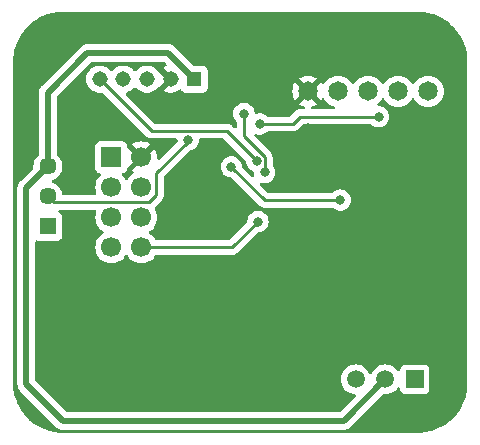
<source format=gbr>
%TF.GenerationSoftware,KiCad,Pcbnew,7.0.8*%
%TF.CreationDate,2024-02-15T00:03:28-06:00*%
%TF.ProjectId,Receiver_KiCad,52656365-6976-4657-925f-4b694361642e,rev?*%
%TF.SameCoordinates,Original*%
%TF.FileFunction,Copper,L2,Bot*%
%TF.FilePolarity,Positive*%
%FSLAX46Y46*%
G04 Gerber Fmt 4.6, Leading zero omitted, Abs format (unit mm)*
G04 Created by KiCad (PCBNEW 7.0.8) date 2024-02-15 00:03:28*
%MOMM*%
%LPD*%
G01*
G04 APERTURE LIST*
%TA.AperFunction,ComponentPad*%
%ADD10C,1.651000*%
%TD*%
%TA.AperFunction,ComponentPad*%
%ADD11R,1.450000X1.450000*%
%TD*%
%TA.AperFunction,ComponentPad*%
%ADD12C,1.450000*%
%TD*%
%TA.AperFunction,ComponentPad*%
%ADD13R,1.700000X1.700000*%
%TD*%
%TA.AperFunction,ComponentPad*%
%ADD14C,1.700000*%
%TD*%
%TA.AperFunction,ComponentPad*%
%ADD15R,1.308000X1.308000*%
%TD*%
%TA.AperFunction,ComponentPad*%
%ADD16C,1.308000*%
%TD*%
%TA.AperFunction,ComponentPad*%
%ADD17R,1.508000X1.508000*%
%TD*%
%TA.AperFunction,ComponentPad*%
%ADD18C,1.508000*%
%TD*%
%TA.AperFunction,ViaPad*%
%ADD19C,0.800000*%
%TD*%
%TA.AperFunction,Conductor*%
%ADD20C,0.508000*%
%TD*%
%TA.AperFunction,Conductor*%
%ADD21C,0.250000*%
%TD*%
G04 APERTURE END LIST*
D10*
%TO.P,J4,1,1*%
%TO.N,VDD*%
X169990000Y-119560200D03*
%TO.P,J4,2,2*%
%TO.N,Net-(U1-PA13)*%
X172530000Y-119560200D03*
%TO.P,J4,3,3*%
%TO.N,Net-(U1-PA14{slash}PA15)*%
X175070000Y-119560200D03*
%TO.P,J4,4,4*%
%TO.N,Net-(U1-PF2)*%
X177610000Y-119560200D03*
%TO.P,J4,5,5*%
%TO.N,GND*%
X180150000Y-119560200D03*
%TD*%
D11*
%TO.P,J2,01,01*%
%TO.N,GND*%
X147960000Y-130985000D03*
D12*
%TO.P,J2,02,02*%
%TO.N,/MCU/SK6812_OUT*%
X147960000Y-128445000D03*
%TO.P,J2,03,03*%
%TO.N,+5V*%
X147960000Y-125905000D03*
%TD*%
D13*
%TO.P,U3,1,GND*%
%TO.N,GND*%
X153335000Y-125145000D03*
D14*
%TO.P,U3,2,VCC*%
%TO.N,VDD*%
X155875000Y-125145000D03*
%TO.P,U3,3,CE*%
%TO.N,/MCU/SPI1_CE*%
X153335000Y-127685000D03*
%TO.P,U3,4,~{CSN}*%
%TO.N,/MCU/SPI1_CSN*%
X155875000Y-127685000D03*
%TO.P,U3,5,SCK*%
%TO.N,/MCU/SPI1_SCK*%
X153335000Y-130225000D03*
%TO.P,U3,6,MOSI*%
%TO.N,/MCU/SPI1_MOSI*%
X155875000Y-130225000D03*
%TO.P,U3,7,MISO*%
%TO.N,/MCU/SPI1_MISO*%
X153335000Y-132765000D03*
%TO.P,U3,8,IRQ*%
%TO.N,/MCU/SPI1_IRQ*%
X155875000Y-132765000D03*
%TD*%
D15*
%TO.P,J3,1,1*%
%TO.N,+5V*%
X160350000Y-118530000D03*
D16*
%TO.P,J3,2,2*%
%TO.N,VDD*%
X158350000Y-118530000D03*
%TO.P,J3,3,3*%
%TO.N,GND*%
X156350000Y-118530000D03*
%TO.P,J3,4,4*%
%TO.N,/MCU/UART1_RX*%
X154350000Y-118530000D03*
%TO.P,J3,5,5*%
%TO.N,/MCU/UART1_TX*%
X152350000Y-118530000D03*
%TD*%
D17*
%TO.P,J1,1,1*%
%TO.N,GND*%
X179015000Y-143945000D03*
D18*
%TO.P,J1,2,2*%
%TO.N,+5V*%
X176515000Y-143945000D03*
%TO.P,J1,3,3*%
%TO.N,/MCU/PWM_OUT*%
X174015000Y-143945000D03*
%TD*%
D19*
%TO.N,VDD*%
X173930000Y-123940000D03*
X158150000Y-129055500D03*
X159750000Y-125960000D03*
X169960000Y-122670000D03*
X174540000Y-131670000D03*
%TO.N,/MCU/UART1_TX*%
X165630000Y-125450000D03*
%TO.N,Net-(U1-PA13)*%
X166305000Y-126425000D03*
X164560000Y-121440000D03*
%TO.N,Net-(U1-PF2)*%
X165890000Y-122320000D03*
X175960000Y-121710000D03*
%TO.N,/MCU/WP*%
X163490000Y-125950000D03*
X172710000Y-128770000D03*
%TO.N,/MCU/SPI1_IRQ*%
X165750000Y-130580000D03*
%TO.N,/MCU/SK6812_OUT*%
X159840000Y-123644500D03*
%TD*%
D20*
%TO.N,+5V*%
X158130000Y-116310000D02*
X160350000Y-118530000D01*
X146140000Y-127725000D02*
X146140000Y-144370000D01*
X147960000Y-125905000D02*
X147960000Y-119660000D01*
X172990000Y-147470000D02*
X176515000Y-143945000D01*
X151310000Y-116310000D02*
X158130000Y-116310000D01*
X149240000Y-147470000D02*
X172990000Y-147470000D01*
X147960000Y-125905000D02*
X146140000Y-127725000D01*
X146140000Y-144370000D02*
X149240000Y-147470000D01*
X147960000Y-119660000D02*
X151310000Y-116310000D01*
D21*
%TO.N,/MCU/UART1_TX*%
X156740000Y-122920000D02*
X163100000Y-122920000D01*
X163100000Y-122920000D02*
X165630000Y-125450000D01*
X152350000Y-118530000D02*
X156740000Y-122920000D01*
%TO.N,Net-(U1-PA13)*%
X164560000Y-123354695D02*
X166355000Y-125149695D01*
X164560000Y-121440000D02*
X164560000Y-123354695D01*
X166355000Y-126375000D02*
X166305000Y-126425000D01*
X166355000Y-125149695D02*
X166355000Y-126375000D01*
%TO.N,Net-(U1-PF2)*%
X165890000Y-122320000D02*
X168680000Y-122320000D01*
X169290000Y-121710000D02*
X175960000Y-121710000D01*
X168680000Y-122320000D02*
X169290000Y-121710000D01*
%TO.N,/MCU/WP*%
X172710000Y-128770000D02*
X166310000Y-128770000D01*
X166310000Y-128770000D02*
X163490000Y-125950000D01*
%TO.N,/MCU/SPI1_IRQ*%
X165750000Y-130580000D02*
X163565000Y-132765000D01*
X163565000Y-132765000D02*
X155875000Y-132765000D01*
%TO.N,/MCU/SK6812_OUT*%
X159840000Y-123644500D02*
X159840000Y-123810000D01*
X156535571Y-128954429D02*
X148469429Y-128954429D01*
X148469429Y-128954429D02*
X147960000Y-128445000D01*
X157150000Y-128340000D02*
X156535571Y-128954429D01*
X157150000Y-126500000D02*
X157150000Y-128340000D01*
X159840000Y-123810000D02*
X157150000Y-126500000D01*
%TD*%
%TA.AperFunction,Conductor*%
%TO.N,VDD*%
G36*
X157833153Y-117084185D02*
G01*
X157853795Y-117100819D01*
X157995894Y-117242918D01*
X158029379Y-117304241D01*
X158024395Y-117373933D01*
X157982523Y-117429866D01*
X157953007Y-117446226D01*
X157833415Y-117492555D01*
X157730085Y-117556533D01*
X158305599Y-118132046D01*
X158224852Y-118144835D01*
X158111955Y-118202359D01*
X158022359Y-118291955D01*
X157964835Y-118404852D01*
X157952046Y-118485598D01*
X157365802Y-117899354D01*
X157327802Y-117891005D01*
X157288503Y-117857024D01*
X157282487Y-117849058D01*
X157206841Y-117748886D01*
X157048722Y-117604742D01*
X157048716Y-117604738D01*
X157048713Y-117604736D01*
X156866813Y-117492108D01*
X156866807Y-117492106D01*
X156667297Y-117414815D01*
X156456980Y-117375500D01*
X156243020Y-117375500D01*
X156032703Y-117414815D01*
X155987812Y-117432206D01*
X155833192Y-117492106D01*
X155833186Y-117492108D01*
X155651286Y-117604736D01*
X155651283Y-117604738D01*
X155651279Y-117604740D01*
X155651278Y-117604742D01*
X155587396Y-117662977D01*
X155493157Y-117748887D01*
X155448954Y-117807422D01*
X155392844Y-117849058D01*
X155323132Y-117853749D01*
X155261951Y-117820007D01*
X155251046Y-117807422D01*
X155206842Y-117748887D01*
X155206841Y-117748886D01*
X155048722Y-117604742D01*
X155048716Y-117604738D01*
X155048713Y-117604736D01*
X154866813Y-117492108D01*
X154866807Y-117492106D01*
X154667297Y-117414815D01*
X154456980Y-117375500D01*
X154243020Y-117375500D01*
X154032703Y-117414815D01*
X153987812Y-117432206D01*
X153833192Y-117492106D01*
X153833186Y-117492108D01*
X153651286Y-117604736D01*
X153651283Y-117604738D01*
X153651279Y-117604740D01*
X153651278Y-117604742D01*
X153587396Y-117662977D01*
X153493157Y-117748887D01*
X153448954Y-117807422D01*
X153392844Y-117849058D01*
X153323132Y-117853749D01*
X153261951Y-117820007D01*
X153251046Y-117807422D01*
X153206842Y-117748887D01*
X153206841Y-117748886D01*
X153048722Y-117604742D01*
X153048716Y-117604738D01*
X153048713Y-117604736D01*
X152866813Y-117492108D01*
X152866807Y-117492106D01*
X152667297Y-117414815D01*
X152456980Y-117375500D01*
X152243020Y-117375500D01*
X152032703Y-117414815D01*
X151987812Y-117432206D01*
X151833192Y-117492106D01*
X151833186Y-117492108D01*
X151651286Y-117604736D01*
X151651283Y-117604738D01*
X151651279Y-117604740D01*
X151651278Y-117604742D01*
X151493159Y-117748886D01*
X151493158Y-117748887D01*
X151364219Y-117919629D01*
X151268849Y-118111158D01*
X151268846Y-118111164D01*
X151210296Y-118316949D01*
X151210295Y-118316952D01*
X151190554Y-118529999D01*
X151190554Y-118530000D01*
X151210295Y-118743047D01*
X151210296Y-118743050D01*
X151268846Y-118948835D01*
X151268849Y-118948841D01*
X151346585Y-119104956D01*
X151364219Y-119140370D01*
X151493159Y-119311114D01*
X151651278Y-119455258D01*
X151651283Y-119455261D01*
X151651286Y-119455263D01*
X151833186Y-119567891D01*
X151833187Y-119567891D01*
X151833190Y-119567893D01*
X152032703Y-119645185D01*
X152243020Y-119684500D01*
X152243022Y-119684500D01*
X152456979Y-119684500D01*
X152456980Y-119684500D01*
X152492393Y-119677880D01*
X152530000Y-119670850D01*
X152599515Y-119677880D01*
X152640467Y-119705057D01*
X156239194Y-123303784D01*
X156249019Y-123316048D01*
X156249240Y-123315866D01*
X156254210Y-123321873D01*
X156254213Y-123321876D01*
X156254214Y-123321877D01*
X156304651Y-123369241D01*
X156325530Y-123390120D01*
X156331004Y-123394366D01*
X156335442Y-123398156D01*
X156369418Y-123430062D01*
X156369422Y-123430064D01*
X156386973Y-123439713D01*
X156403231Y-123450392D01*
X156419064Y-123462674D01*
X156441015Y-123472172D01*
X156461837Y-123481183D01*
X156467081Y-123483752D01*
X156507908Y-123506197D01*
X156527312Y-123511179D01*
X156545710Y-123517478D01*
X156564105Y-123525438D01*
X156610129Y-123532726D01*
X156615832Y-123533907D01*
X156660981Y-123545500D01*
X156681016Y-123545500D01*
X156700413Y-123547026D01*
X156720196Y-123550160D01*
X156766584Y-123545775D01*
X156772422Y-123545500D01*
X158812484Y-123545500D01*
X158879523Y-123565185D01*
X158925278Y-123617989D01*
X158935805Y-123656539D01*
X158946082Y-123754323D01*
X158933512Y-123823053D01*
X158910442Y-123854965D01*
X157433642Y-125331764D01*
X157372319Y-125365249D01*
X157302627Y-125360265D01*
X157246694Y-125318393D01*
X157222277Y-125252929D01*
X157222433Y-125233274D01*
X157230157Y-125144999D01*
X157230157Y-125144998D01*
X157209569Y-124909684D01*
X157209567Y-124909673D01*
X157148433Y-124681516D01*
X157148429Y-124681507D01*
X157048600Y-124467423D01*
X157048599Y-124467421D01*
X156989925Y-124383626D01*
X156989925Y-124383625D01*
X156358076Y-125015475D01*
X156334493Y-124935156D01*
X156256761Y-124814202D01*
X156148100Y-124720048D01*
X156017315Y-124660320D01*
X156007533Y-124658913D01*
X156636373Y-124030073D01*
X156636373Y-124030072D01*
X156552583Y-123971402D01*
X156552579Y-123971400D01*
X156338492Y-123871570D01*
X156338483Y-123871566D01*
X156110326Y-123810432D01*
X156110315Y-123810430D01*
X155875002Y-123789843D01*
X155874998Y-123789843D01*
X155639684Y-123810430D01*
X155639673Y-123810432D01*
X155411516Y-123871566D01*
X155411507Y-123871570D01*
X155197419Y-123971401D01*
X155113625Y-124030072D01*
X155742466Y-124658913D01*
X155732685Y-124660320D01*
X155601900Y-124720048D01*
X155493239Y-124814202D01*
X155415507Y-124935156D01*
X155391923Y-125015475D01*
X154721818Y-124345370D01*
X154688333Y-124284047D01*
X154685499Y-124257689D01*
X154685499Y-124247129D01*
X154685498Y-124247123D01*
X154685497Y-124247116D01*
X154679091Y-124187517D01*
X154675062Y-124176716D01*
X154628797Y-124052671D01*
X154628793Y-124052664D01*
X154542547Y-123937455D01*
X154542544Y-123937452D01*
X154427335Y-123851206D01*
X154427328Y-123851202D01*
X154292482Y-123800908D01*
X154292483Y-123800908D01*
X154232883Y-123794501D01*
X154232881Y-123794500D01*
X154232873Y-123794500D01*
X154232864Y-123794500D01*
X152437129Y-123794500D01*
X152437123Y-123794501D01*
X152377516Y-123800908D01*
X152242671Y-123851202D01*
X152242664Y-123851206D01*
X152127455Y-123937452D01*
X152127452Y-123937455D01*
X152041206Y-124052664D01*
X152041202Y-124052671D01*
X151990908Y-124187517D01*
X151984501Y-124247116D01*
X151984501Y-124247123D01*
X151984500Y-124247135D01*
X151984500Y-126042870D01*
X151984501Y-126042876D01*
X151990908Y-126102483D01*
X152041202Y-126237328D01*
X152041206Y-126237335D01*
X152127452Y-126352544D01*
X152127455Y-126352547D01*
X152242664Y-126438793D01*
X152242671Y-126438797D01*
X152374081Y-126487810D01*
X152430015Y-126529681D01*
X152454432Y-126595145D01*
X152439580Y-126663418D01*
X152418430Y-126691673D01*
X152296503Y-126813600D01*
X152160965Y-127007169D01*
X152160964Y-127007171D01*
X152061098Y-127221335D01*
X152061094Y-127221344D01*
X151999938Y-127449586D01*
X151999936Y-127449596D01*
X151979341Y-127684999D01*
X151979341Y-127685000D01*
X151999936Y-127920403D01*
X151999938Y-127920413D01*
X152061094Y-128148655D01*
X152061097Y-128148663D01*
X152062896Y-128152520D01*
X152073391Y-128221597D01*
X152044873Y-128285382D01*
X151986398Y-128323624D01*
X151950516Y-128328929D01*
X149292741Y-128328929D01*
X149225702Y-128309244D01*
X149179947Y-128256440D01*
X149173704Y-128236392D01*
X149172893Y-128236610D01*
X149115994Y-128024260D01*
X149115993Y-128024259D01*
X149115992Y-128024253D01*
X149025368Y-127829910D01*
X148905548Y-127658790D01*
X148902376Y-127654259D01*
X148902371Y-127654253D01*
X148750745Y-127502627D01*
X148717278Y-127479193D01*
X148575091Y-127379632D01*
X148380747Y-127289008D01*
X148380744Y-127289007D01*
X148377259Y-127287382D01*
X148324820Y-127241210D01*
X148305668Y-127174016D01*
X148325884Y-127107135D01*
X148377259Y-127062618D01*
X148380744Y-127060992D01*
X148380747Y-127060992D01*
X148575091Y-126970368D01*
X148750745Y-126847373D01*
X148902373Y-126695745D01*
X149025368Y-126520091D01*
X149115992Y-126325747D01*
X149171492Y-126118619D01*
X149190181Y-125905000D01*
X149171492Y-125691381D01*
X149115992Y-125484253D01*
X149025368Y-125289910D01*
X148985121Y-125232432D01*
X148902376Y-125114259D01*
X148902371Y-125114253D01*
X148750819Y-124962701D01*
X148717334Y-124901378D01*
X148714500Y-124875020D01*
X148714500Y-120023886D01*
X148734185Y-119956847D01*
X148750819Y-119936205D01*
X151586205Y-117100819D01*
X151647528Y-117067334D01*
X151673886Y-117064500D01*
X157766114Y-117064500D01*
X157833153Y-117084185D01*
G37*
%TD.AperFunction*%
%TA.AperFunction,Conductor*%
G36*
X155415507Y-125354844D02*
G01*
X155493239Y-125475798D01*
X155601900Y-125569952D01*
X155732685Y-125629680D01*
X155742466Y-125631086D01*
X155113625Y-126259925D01*
X155189594Y-126313119D01*
X155233219Y-126367696D01*
X155240413Y-126437194D01*
X155208890Y-126499549D01*
X155189595Y-126516269D01*
X155003594Y-126646508D01*
X154836505Y-126813597D01*
X154706575Y-126999158D01*
X154651998Y-127042783D01*
X154582500Y-127049977D01*
X154520145Y-127018454D01*
X154503425Y-126999158D01*
X154373496Y-126813600D01*
X154316863Y-126756967D01*
X154251567Y-126691671D01*
X154218084Y-126630351D01*
X154223068Y-126560659D01*
X154264939Y-126504725D01*
X154295915Y-126487810D01*
X154427331Y-126438796D01*
X154542546Y-126352546D01*
X154628796Y-126237331D01*
X154679091Y-126102483D01*
X154685500Y-126042873D01*
X154685499Y-126032314D01*
X154705179Y-125965277D01*
X154721818Y-125944628D01*
X155391923Y-125274523D01*
X155415507Y-125354844D01*
G37*
%TD.AperFunction*%
%TA.AperFunction,Conductor*%
G36*
X171087333Y-120303980D02*
G01*
X171142300Y-120225483D01*
X171142301Y-120225480D01*
X171147341Y-120214674D01*
X171193512Y-120162233D01*
X171260705Y-120143080D01*
X171327587Y-120163294D01*
X171372106Y-120214671D01*
X171377263Y-120225732D01*
X171377264Y-120225733D01*
X171510345Y-120415792D01*
X171674408Y-120579855D01*
X171864467Y-120712936D01*
X172074749Y-120810992D01*
X172074755Y-120810993D01*
X172074756Y-120810994D01*
X172185714Y-120840725D01*
X172245375Y-120877090D01*
X172275904Y-120939937D01*
X172267609Y-121009312D01*
X172223124Y-121063190D01*
X172156572Y-121084465D01*
X172153621Y-121084500D01*
X170364447Y-121084500D01*
X170297408Y-121064815D01*
X170251653Y-121012011D01*
X170241709Y-120942853D01*
X170270734Y-120879297D01*
X170329512Y-120841523D01*
X170332353Y-120840725D01*
X170445074Y-120810521D01*
X170445085Y-120810517D01*
X170655279Y-120712502D01*
X170655283Y-120712500D01*
X170733780Y-120657533D01*
X170177407Y-120101160D01*
X170278215Y-120059404D01*
X170397598Y-119967798D01*
X170489204Y-119848416D01*
X170530960Y-119747607D01*
X171087333Y-120303980D01*
G37*
%TD.AperFunction*%
%TA.AperFunction,Conductor*%
G36*
X179777144Y-112850594D02*
G01*
X179849379Y-112860671D01*
X180052125Y-112890745D01*
X180057161Y-112891709D01*
X180251083Y-112937319D01*
X180446228Y-112986201D01*
X180450842Y-112987550D01*
X180641358Y-113051404D01*
X180829448Y-113118704D01*
X180833599Y-113120360D01*
X180871263Y-113136991D01*
X181018356Y-113201940D01*
X181198292Y-113287043D01*
X181201946Y-113288922D01*
X181296202Y-113341422D01*
X181378981Y-113387530D01*
X181378988Y-113387534D01*
X181549463Y-113489713D01*
X181552593Y-113491720D01*
X181720168Y-113606512D01*
X181879765Y-113724876D01*
X181882346Y-113726903D01*
X182032259Y-113851389D01*
X182038908Y-113856911D01*
X182186147Y-113990361D01*
X182188311Y-113992421D01*
X182331252Y-114135362D01*
X182333342Y-114137557D01*
X182464969Y-114282785D01*
X182466801Y-114284806D01*
X182596767Y-114441320D01*
X182598867Y-114443995D01*
X182717185Y-114603527D01*
X182831972Y-114771096D01*
X182834002Y-114774261D01*
X182936178Y-114944732D01*
X183034765Y-115121731D01*
X183036648Y-115125392D01*
X183121769Y-115305362D01*
X183203340Y-115490104D01*
X183204998Y-115494261D01*
X183272285Y-115682312D01*
X183336146Y-115872849D01*
X183337503Y-115877489D01*
X183386387Y-116072648D01*
X183431979Y-116266491D01*
X183432955Y-116271591D01*
X183463030Y-116474337D01*
X183479405Y-116591719D01*
X183480000Y-116600295D01*
X183480000Y-144666884D01*
X183479405Y-144675460D01*
X183459333Y-144819343D01*
X183429257Y-145022098D01*
X183428281Y-145027198D01*
X183382691Y-145221036D01*
X183333797Y-145416226D01*
X183332441Y-145420865D01*
X183268588Y-145611379D01*
X183201298Y-145799437D01*
X183199639Y-145803594D01*
X183118052Y-145988373D01*
X183032961Y-146168281D01*
X183031078Y-146171943D01*
X182932464Y-146348990D01*
X182830303Y-146519436D01*
X182828273Y-146522601D01*
X182713497Y-146690154D01*
X182595142Y-146849735D01*
X182593042Y-146852411D01*
X182463101Y-147008893D01*
X182329657Y-147156126D01*
X182327558Y-147158330D01*
X182184630Y-147301258D01*
X182182426Y-147303357D01*
X182035193Y-147436801D01*
X181878711Y-147566742D01*
X181876035Y-147568842D01*
X181716454Y-147687197D01*
X181548901Y-147801973D01*
X181545736Y-147804003D01*
X181375290Y-147906164D01*
X181198243Y-148004778D01*
X181194581Y-148006661D01*
X181014673Y-148091752D01*
X180829894Y-148173339D01*
X180825737Y-148174998D01*
X180637679Y-148242288D01*
X180447165Y-148306141D01*
X180442526Y-148307497D01*
X180247336Y-148356391D01*
X180053498Y-148401981D01*
X180048399Y-148402957D01*
X179845647Y-148433033D01*
X179652485Y-148459977D01*
X179646959Y-148460497D01*
X179422575Y-148471521D01*
X179251447Y-148479432D01*
X179248576Y-148479498D01*
X149257734Y-148475801D01*
X149254879Y-148475735D01*
X149207159Y-148473529D01*
X149163111Y-148458352D01*
X149131649Y-148469429D01*
X149119370Y-148469470D01*
X149083721Y-148467822D01*
X148859338Y-148456797D01*
X148853812Y-148456277D01*
X148660652Y-148429333D01*
X148457899Y-148399257D01*
X148452800Y-148398281D01*
X148258954Y-148352689D01*
X148063775Y-148303798D01*
X148059136Y-148302442D01*
X147868641Y-148238595D01*
X147680550Y-148171294D01*
X147676393Y-148169635D01*
X147491643Y-148088059D01*
X147311706Y-148002955D01*
X147308044Y-148001072D01*
X147131018Y-147902469D01*
X146974539Y-147808679D01*
X146960553Y-147800297D01*
X146957390Y-147798268D01*
X146789845Y-147683497D01*
X146630244Y-147565130D01*
X146627643Y-147563088D01*
X146531190Y-147482994D01*
X146471092Y-147433088D01*
X146392628Y-147361973D01*
X146323854Y-147299640D01*
X146321686Y-147297576D01*
X146178741Y-147154630D01*
X146176659Y-147152445D01*
X146043197Y-147005191D01*
X145913231Y-146848678D01*
X145911131Y-146846003D01*
X145814343Y-146715500D01*
X145792819Y-146686478D01*
X145678023Y-146518898D01*
X145676009Y-146515757D01*
X145573816Y-146345258D01*
X145475233Y-146168267D01*
X145473350Y-146164605D01*
X145427606Y-146067889D01*
X145388221Y-145984616D01*
X145370706Y-145944948D01*
X145306650Y-145799874D01*
X145305005Y-145795751D01*
X145237718Y-145607699D01*
X145173843Y-145417122D01*
X145172506Y-145412546D01*
X145123609Y-145217338D01*
X145120541Y-145204292D01*
X145078013Y-145023479D01*
X145077045Y-145018419D01*
X145046969Y-144815661D01*
X145041359Y-144775444D01*
X145020018Y-144622457D01*
X145019501Y-144616958D01*
X145008490Y-144392848D01*
X145006412Y-144347908D01*
X145380684Y-144347908D01*
X145385264Y-144400241D01*
X145385500Y-144405648D01*
X145385500Y-144413946D01*
X145389325Y-144446674D01*
X145396056Y-144523610D01*
X145397516Y-144530677D01*
X145397464Y-144530687D01*
X145399123Y-144538167D01*
X145399174Y-144538155D01*
X145400839Y-144545180D01*
X145400839Y-144545182D01*
X145400840Y-144545184D01*
X145415522Y-144585525D01*
X145427247Y-144617740D01*
X145451535Y-144691034D01*
X145454586Y-144697575D01*
X145454536Y-144697598D01*
X145457876Y-144704497D01*
X145457925Y-144704473D01*
X145461162Y-144710920D01*
X145461164Y-144710924D01*
X145503599Y-144775444D01*
X145544131Y-144841156D01*
X145548611Y-144846822D01*
X145548569Y-144846855D01*
X145553401Y-144852786D01*
X145553443Y-144852752D01*
X145558081Y-144858280D01*
X145558085Y-144858285D01*
X145586166Y-144884778D01*
X145614247Y-144911272D01*
X148661234Y-147958258D01*
X148673015Y-147971890D01*
X148687461Y-147991294D01*
X148727715Y-148025071D01*
X148731687Y-148028711D01*
X148737559Y-148034583D01*
X148763415Y-148055027D01*
X148822572Y-148104667D01*
X148828609Y-148108637D01*
X148828579Y-148108682D01*
X148835038Y-148112796D01*
X148835067Y-148112750D01*
X148841206Y-148116537D01*
X148841209Y-148116539D01*
X148911191Y-148149172D01*
X148980189Y-148183824D01*
X148980194Y-148183825D01*
X148986979Y-148186295D01*
X148986960Y-148186347D01*
X148994185Y-148188858D01*
X148994203Y-148188807D01*
X149001062Y-148191080D01*
X149033219Y-148197719D01*
X149076689Y-148206695D01*
X149151812Y-148224500D01*
X149151818Y-148224500D01*
X149153691Y-148224944D01*
X149172402Y-148235615D01*
X149183482Y-148229198D01*
X149209273Y-148225713D01*
X149250982Y-148224500D01*
X172926000Y-148224500D01*
X172943969Y-148225809D01*
X172949350Y-148226596D01*
X172967906Y-148229315D01*
X173020248Y-148224735D01*
X173025649Y-148224500D01*
X173033934Y-148224500D01*
X173033941Y-148224500D01*
X173066674Y-148220674D01*
X173143612Y-148213943D01*
X173143615Y-148213941D01*
X173150693Y-148212481D01*
X173150704Y-148212535D01*
X173158163Y-148210881D01*
X173158151Y-148210827D01*
X173165178Y-148209160D01*
X173165184Y-148209160D01*
X173222175Y-148188417D01*
X173237740Y-148182752D01*
X173311034Y-148158465D01*
X173317581Y-148155412D01*
X173317604Y-148155462D01*
X173324498Y-148152125D01*
X173324473Y-148152075D01*
X173330916Y-148148838D01*
X173330924Y-148148836D01*
X173380030Y-148116538D01*
X173395443Y-148106401D01*
X173425180Y-148088059D01*
X173461154Y-148065870D01*
X173461159Y-148065864D01*
X173466823Y-148061387D01*
X173466857Y-148061430D01*
X173472782Y-148056604D01*
X173472747Y-148056562D01*
X173478283Y-148051916D01*
X173478282Y-148051916D01*
X173478285Y-148051915D01*
X173531271Y-147995752D01*
X176297314Y-145229708D01*
X176358635Y-145196225D01*
X176395797Y-145193863D01*
X176497092Y-145202725D01*
X176514999Y-145204292D01*
X176515000Y-145204292D01*
X176515002Y-145204292D01*
X176571637Y-145199337D01*
X176733674Y-145185161D01*
X176945703Y-145128347D01*
X177144646Y-145035579D01*
X177324457Y-144909674D01*
X177479674Y-144754457D01*
X177534926Y-144675547D01*
X177589501Y-144631924D01*
X177658999Y-144624730D01*
X177721354Y-144656252D01*
X177756769Y-144716481D01*
X177760120Y-144743573D01*
X177760146Y-144743571D01*
X177760146Y-144743573D01*
X177760324Y-144743564D01*
X177760479Y-144746473D01*
X177760500Y-144746637D01*
X177760500Y-144746852D01*
X177760501Y-144746876D01*
X177766908Y-144806483D01*
X177817202Y-144941328D01*
X177817206Y-144941335D01*
X177903452Y-145056544D01*
X177903455Y-145056547D01*
X178018664Y-145142793D01*
X178018671Y-145142797D01*
X178153517Y-145193091D01*
X178153516Y-145193091D01*
X178160444Y-145193835D01*
X178213127Y-145199500D01*
X179816872Y-145199499D01*
X179876483Y-145193091D01*
X180011331Y-145142796D01*
X180126546Y-145056546D01*
X180212796Y-144941331D01*
X180263091Y-144806483D01*
X180269500Y-144746873D01*
X180269499Y-143143128D01*
X180263091Y-143083517D01*
X180224603Y-142980326D01*
X180212797Y-142948671D01*
X180212793Y-142948664D01*
X180126547Y-142833455D01*
X180126544Y-142833452D01*
X180011335Y-142747206D01*
X180011328Y-142747202D01*
X179876482Y-142696908D01*
X179876483Y-142696908D01*
X179816883Y-142690501D01*
X179816881Y-142690500D01*
X179816873Y-142690500D01*
X179816864Y-142690500D01*
X178213129Y-142690500D01*
X178213123Y-142690501D01*
X178153516Y-142696908D01*
X178018671Y-142747202D01*
X178018664Y-142747206D01*
X177903455Y-142833452D01*
X177903452Y-142833455D01*
X177817206Y-142948664D01*
X177817202Y-142948671D01*
X177766908Y-143083517D01*
X177761315Y-143135543D01*
X177760501Y-143143123D01*
X177760500Y-143143135D01*
X177760500Y-143143326D01*
X177760487Y-143143368D01*
X177760322Y-143146452D01*
X177759593Y-143146412D01*
X177740815Y-143210365D01*
X177688011Y-143256120D01*
X177618853Y-143266064D01*
X177555297Y-143237039D01*
X177534925Y-143214449D01*
X177509353Y-143177929D01*
X177479674Y-143135543D01*
X177324457Y-142980326D01*
X177324455Y-142980325D01*
X177324452Y-142980322D01*
X177144650Y-142854423D01*
X177144642Y-142854419D01*
X176945708Y-142761655D01*
X176945706Y-142761654D01*
X176945703Y-142761653D01*
X176794885Y-142721240D01*
X176733675Y-142704839D01*
X176733668Y-142704838D01*
X176515002Y-142685708D01*
X176514998Y-142685708D01*
X176296331Y-142704838D01*
X176296324Y-142704839D01*
X176173902Y-142737642D01*
X176084297Y-142761653D01*
X176084295Y-142761653D01*
X176084291Y-142761655D01*
X175885357Y-142854419D01*
X175885349Y-142854423D01*
X175705547Y-142980322D01*
X175705541Y-142980327D01*
X175550327Y-143135541D01*
X175550322Y-143135547D01*
X175424423Y-143315349D01*
X175424421Y-143315353D01*
X175377382Y-143416230D01*
X175331210Y-143468669D01*
X175264016Y-143487821D01*
X175197135Y-143467605D01*
X175152618Y-143416230D01*
X175105580Y-143315357D01*
X175105579Y-143315354D01*
X175105577Y-143315351D01*
X175105576Y-143315349D01*
X174979677Y-143135547D01*
X174979672Y-143135541D01*
X174824458Y-142980327D01*
X174824452Y-142980322D01*
X174644650Y-142854423D01*
X174644642Y-142854419D01*
X174445708Y-142761655D01*
X174445706Y-142761654D01*
X174445703Y-142761653D01*
X174294885Y-142721240D01*
X174233675Y-142704839D01*
X174233668Y-142704838D01*
X174015002Y-142685708D01*
X174014998Y-142685708D01*
X173796331Y-142704838D01*
X173796324Y-142704839D01*
X173673902Y-142737642D01*
X173584297Y-142761653D01*
X173584295Y-142761653D01*
X173584291Y-142761655D01*
X173385357Y-142854419D01*
X173385349Y-142854423D01*
X173205547Y-142980322D01*
X173205541Y-142980327D01*
X173050327Y-143135541D01*
X173050322Y-143135547D01*
X172924423Y-143315349D01*
X172924419Y-143315357D01*
X172831655Y-143514291D01*
X172774839Y-143726324D01*
X172774838Y-143726331D01*
X172755708Y-143944997D01*
X172755708Y-143945002D01*
X172772359Y-144135334D01*
X172774839Y-144163674D01*
X172831653Y-144375703D01*
X172831654Y-144375706D01*
X172831655Y-144375708D01*
X172924419Y-144574642D01*
X172924423Y-144574650D01*
X173050322Y-144754452D01*
X173050327Y-144754458D01*
X173205541Y-144909672D01*
X173205547Y-144909677D01*
X173385349Y-145035576D01*
X173385351Y-145035577D01*
X173385354Y-145035579D01*
X173584297Y-145128347D01*
X173796326Y-145185161D01*
X173909803Y-145195088D01*
X173974871Y-145220540D01*
X174015850Y-145277130D01*
X174019729Y-145346892D01*
X173986677Y-145406297D01*
X172713795Y-146679181D01*
X172652472Y-146712666D01*
X172626114Y-146715500D01*
X149603886Y-146715500D01*
X149536847Y-146695815D01*
X149516205Y-146679181D01*
X146930819Y-144093795D01*
X146897334Y-144032472D01*
X146894500Y-144006114D01*
X146894500Y-132295774D01*
X146914185Y-132228735D01*
X146966989Y-132182980D01*
X147036147Y-132173036D01*
X147061826Y-132179590D01*
X147127517Y-132204091D01*
X147187127Y-132210500D01*
X148732872Y-132210499D01*
X148792483Y-132204091D01*
X148927331Y-132153796D01*
X149042546Y-132067546D01*
X149128796Y-131952331D01*
X149179091Y-131817483D01*
X149185500Y-131757873D01*
X149185499Y-130212128D01*
X149179091Y-130152517D01*
X149128796Y-130017669D01*
X149128795Y-130017668D01*
X149128793Y-130017664D01*
X149042547Y-129902455D01*
X149042544Y-129902452D01*
X148927332Y-129816204D01*
X148921025Y-129812760D01*
X148871621Y-129763354D01*
X148856770Y-129695080D01*
X148881188Y-129629617D01*
X148937123Y-129587746D01*
X148980454Y-129579929D01*
X151951048Y-129579929D01*
X152018087Y-129599614D01*
X152063842Y-129652418D01*
X152073786Y-129721576D01*
X152063432Y-129756329D01*
X152061954Y-129759500D01*
X152061096Y-129761339D01*
X152061094Y-129761344D01*
X151999938Y-129989586D01*
X151999936Y-129989596D01*
X151979341Y-130224999D01*
X151979341Y-130225000D01*
X151999936Y-130460403D01*
X151999938Y-130460413D01*
X152061094Y-130688655D01*
X152061096Y-130688659D01*
X152061097Y-130688663D01*
X152141004Y-130860023D01*
X152160965Y-130902830D01*
X152160967Y-130902834D01*
X152192787Y-130948277D01*
X152296501Y-131096396D01*
X152296506Y-131096402D01*
X152463597Y-131263493D01*
X152463603Y-131263498D01*
X152649158Y-131393425D01*
X152692783Y-131448002D01*
X152699977Y-131517500D01*
X152668454Y-131579855D01*
X152649158Y-131596575D01*
X152463597Y-131726505D01*
X152296505Y-131893597D01*
X152160965Y-132087169D01*
X152160964Y-132087171D01*
X152061098Y-132301335D01*
X152061094Y-132301344D01*
X151999938Y-132529586D01*
X151999936Y-132529596D01*
X151979341Y-132764999D01*
X151979341Y-132765000D01*
X151999936Y-133000403D01*
X151999938Y-133000413D01*
X152061094Y-133228655D01*
X152061096Y-133228659D01*
X152061097Y-133228663D01*
X152107630Y-133328453D01*
X152160965Y-133442830D01*
X152160967Y-133442834D01*
X152269281Y-133597521D01*
X152296505Y-133636401D01*
X152463599Y-133803495D01*
X152560384Y-133871265D01*
X152657165Y-133939032D01*
X152657167Y-133939033D01*
X152657170Y-133939035D01*
X152871337Y-134038903D01*
X153099592Y-134100063D01*
X153287918Y-134116539D01*
X153334999Y-134120659D01*
X153335000Y-134120659D01*
X153335001Y-134120659D01*
X153374234Y-134117226D01*
X153570408Y-134100063D01*
X153798663Y-134038903D01*
X154012830Y-133939035D01*
X154206401Y-133803495D01*
X154373495Y-133636401D01*
X154503425Y-133450842D01*
X154558002Y-133407217D01*
X154627500Y-133400023D01*
X154689855Y-133431546D01*
X154706575Y-133450842D01*
X154836500Y-133636395D01*
X154836505Y-133636401D01*
X155003599Y-133803495D01*
X155100384Y-133871265D01*
X155197165Y-133939032D01*
X155197167Y-133939033D01*
X155197170Y-133939035D01*
X155411337Y-134038903D01*
X155639592Y-134100063D01*
X155827918Y-134116539D01*
X155874999Y-134120659D01*
X155875000Y-134120659D01*
X155875001Y-134120659D01*
X155914234Y-134117226D01*
X156110408Y-134100063D01*
X156338663Y-134038903D01*
X156552830Y-133939035D01*
X156746401Y-133803495D01*
X156913495Y-133636401D01*
X157048652Y-133443377D01*
X157103229Y-133399752D01*
X157150227Y-133390500D01*
X163482257Y-133390500D01*
X163497877Y-133392224D01*
X163497904Y-133391939D01*
X163505660Y-133392671D01*
X163505667Y-133392673D01*
X163574814Y-133390500D01*
X163604350Y-133390500D01*
X163611228Y-133389630D01*
X163617041Y-133389172D01*
X163663627Y-133387709D01*
X163682869Y-133382117D01*
X163701912Y-133378174D01*
X163721792Y-133375664D01*
X163765122Y-133358507D01*
X163770646Y-133356617D01*
X163774396Y-133355527D01*
X163815390Y-133343618D01*
X163832629Y-133333422D01*
X163850103Y-133324862D01*
X163868727Y-133317488D01*
X163868727Y-133317487D01*
X163868732Y-133317486D01*
X163906449Y-133290082D01*
X163911305Y-133286892D01*
X163951420Y-133263170D01*
X163965589Y-133248999D01*
X163980379Y-133236368D01*
X163996587Y-133224594D01*
X164026299Y-133188676D01*
X164030212Y-133184376D01*
X165697771Y-131516819D01*
X165759094Y-131483334D01*
X165785452Y-131480500D01*
X165844644Y-131480500D01*
X165844646Y-131480500D01*
X166029803Y-131441144D01*
X166202730Y-131364151D01*
X166355871Y-131252888D01*
X166482533Y-131112216D01*
X166577179Y-130948284D01*
X166635674Y-130768256D01*
X166655460Y-130580000D01*
X166635674Y-130391744D01*
X166577179Y-130211716D01*
X166482533Y-130047784D01*
X166355871Y-129907112D01*
X166355870Y-129907111D01*
X166202734Y-129795851D01*
X166202729Y-129795848D01*
X166029807Y-129718857D01*
X166029802Y-129718855D01*
X165884001Y-129687865D01*
X165844646Y-129679500D01*
X165655354Y-129679500D01*
X165622897Y-129686398D01*
X165470197Y-129718855D01*
X165470192Y-129718857D01*
X165297270Y-129795848D01*
X165297265Y-129795851D01*
X165144129Y-129907111D01*
X165017466Y-130047785D01*
X164922821Y-130211715D01*
X164922818Y-130211722D01*
X164864327Y-130391740D01*
X164864326Y-130391744D01*
X164857109Y-130460413D01*
X164846679Y-130559649D01*
X164820094Y-130624263D01*
X164811039Y-130634368D01*
X163342228Y-132103181D01*
X163280905Y-132136666D01*
X163254547Y-132139500D01*
X157150227Y-132139500D01*
X157083188Y-132119815D01*
X157048652Y-132086623D01*
X156913494Y-131893597D01*
X156746402Y-131726506D01*
X156746396Y-131726501D01*
X156560842Y-131596575D01*
X156517217Y-131541998D01*
X156510023Y-131472500D01*
X156541546Y-131410145D01*
X156560842Y-131393425D01*
X156602654Y-131364148D01*
X156746401Y-131263495D01*
X156913495Y-131096401D01*
X157049035Y-130902830D01*
X157148903Y-130688663D01*
X157210063Y-130460408D01*
X157230659Y-130225000D01*
X157210063Y-129989592D01*
X157150128Y-129765908D01*
X157148905Y-129761344D01*
X157148904Y-129761343D01*
X157148903Y-129761337D01*
X157049035Y-129547171D01*
X157017443Y-129502053D01*
X156995117Y-129435848D01*
X157012127Y-129368081D01*
X157031334Y-129343254D01*
X157533787Y-128840802D01*
X157546042Y-128830986D01*
X157545859Y-128830764D01*
X157551866Y-128825792D01*
X157551877Y-128825786D01*
X157582775Y-128792882D01*
X157599227Y-128775364D01*
X157609671Y-128764918D01*
X157620120Y-128754471D01*
X157624379Y-128748978D01*
X157628152Y-128744561D01*
X157660062Y-128710582D01*
X157669715Y-128693020D01*
X157680389Y-128676770D01*
X157692673Y-128660936D01*
X157711180Y-128618167D01*
X157713749Y-128612924D01*
X157715953Y-128608913D01*
X157736197Y-128572092D01*
X157741177Y-128552691D01*
X157747478Y-128534288D01*
X157755438Y-128515896D01*
X157762730Y-128469849D01*
X157763911Y-128464152D01*
X157775500Y-128419019D01*
X157775500Y-128398983D01*
X157777027Y-128379582D01*
X157780160Y-128359804D01*
X157775775Y-128313415D01*
X157775500Y-128307577D01*
X157775500Y-126810452D01*
X157795185Y-126743413D01*
X157811819Y-126722771D01*
X158889590Y-125645000D01*
X159978450Y-124556139D01*
X160039771Y-124522656D01*
X160040136Y-124522576D01*
X160119803Y-124505644D01*
X160292730Y-124428651D01*
X160445871Y-124317388D01*
X160572533Y-124176716D01*
X160667179Y-124012784D01*
X160725674Y-123832756D01*
X160744194Y-123656536D01*
X160770778Y-123591924D01*
X160828076Y-123551939D01*
X160867515Y-123545500D01*
X162789548Y-123545500D01*
X162856587Y-123565185D01*
X162877229Y-123581819D01*
X164691038Y-125395629D01*
X164724523Y-125456952D01*
X164726678Y-125470348D01*
X164729643Y-125498553D01*
X164744326Y-125638256D01*
X164744327Y-125638259D01*
X164802818Y-125818277D01*
X164802821Y-125818284D01*
X164897467Y-125982216D01*
X164964553Y-126056722D01*
X165024129Y-126122888D01*
X165177265Y-126234148D01*
X165177266Y-126234148D01*
X165177270Y-126234151D01*
X165326464Y-126300577D01*
X165379701Y-126345827D01*
X165400022Y-126412676D01*
X165399540Y-126422813D01*
X165399540Y-126424997D01*
X165399540Y-126425000D01*
X165410542Y-126529681D01*
X165419327Y-126613261D01*
X165443327Y-126687126D01*
X165445322Y-126756967D01*
X165409241Y-126816799D01*
X165346540Y-126847627D01*
X165277126Y-126839662D01*
X165237715Y-126813124D01*
X164428960Y-126004369D01*
X164395475Y-125943046D01*
X164393323Y-125929668D01*
X164375674Y-125761744D01*
X164317179Y-125581716D01*
X164222533Y-125417784D01*
X164095871Y-125277112D01*
X164062586Y-125252929D01*
X163942734Y-125165851D01*
X163942729Y-125165848D01*
X163769807Y-125088857D01*
X163769802Y-125088855D01*
X163624001Y-125057865D01*
X163584646Y-125049500D01*
X163395354Y-125049500D01*
X163362897Y-125056398D01*
X163210197Y-125088855D01*
X163210192Y-125088857D01*
X163037270Y-125165848D01*
X163037265Y-125165851D01*
X162884129Y-125277111D01*
X162757466Y-125417785D01*
X162662821Y-125581715D01*
X162662818Y-125581722D01*
X162604327Y-125761740D01*
X162604326Y-125761744D01*
X162584540Y-125950000D01*
X162604326Y-126138256D01*
X162604327Y-126138259D01*
X162662818Y-126318277D01*
X162662821Y-126318284D01*
X162757467Y-126482216D01*
X162791570Y-126520091D01*
X162884129Y-126622888D01*
X163037265Y-126734148D01*
X163037270Y-126734151D01*
X163210192Y-126811142D01*
X163210197Y-126811144D01*
X163395354Y-126850500D01*
X163454548Y-126850500D01*
X163521587Y-126870185D01*
X163542229Y-126886819D01*
X165809197Y-129153788D01*
X165819022Y-129166051D01*
X165819243Y-129165869D01*
X165824214Y-129171878D01*
X165850217Y-129196295D01*
X165874635Y-129219226D01*
X165895529Y-129240120D01*
X165901011Y-129244373D01*
X165905443Y-129248157D01*
X165939418Y-129280062D01*
X165956976Y-129289714D01*
X165973235Y-129300395D01*
X165989064Y-129312673D01*
X166031838Y-129331182D01*
X166037056Y-129333738D01*
X166077908Y-129356197D01*
X166097316Y-129361180D01*
X166115717Y-129367480D01*
X166134104Y-129375437D01*
X166177488Y-129382308D01*
X166180119Y-129382725D01*
X166185839Y-129383909D01*
X166230981Y-129395500D01*
X166251016Y-129395500D01*
X166270414Y-129397026D01*
X166290194Y-129400159D01*
X166290195Y-129400160D01*
X166290195Y-129400159D01*
X166290196Y-129400160D01*
X166336584Y-129395775D01*
X166342422Y-129395500D01*
X172006252Y-129395500D01*
X172073291Y-129415185D01*
X172098400Y-129436526D01*
X172104126Y-129442885D01*
X172104130Y-129442889D01*
X172257265Y-129554148D01*
X172257270Y-129554151D01*
X172430192Y-129631142D01*
X172430197Y-129631144D01*
X172615354Y-129670500D01*
X172615355Y-129670500D01*
X172804644Y-129670500D01*
X172804646Y-129670500D01*
X172989803Y-129631144D01*
X173162730Y-129554151D01*
X173315871Y-129442888D01*
X173442533Y-129302216D01*
X173537179Y-129138284D01*
X173595674Y-128958256D01*
X173615460Y-128770000D01*
X173595674Y-128581744D01*
X173537179Y-128401716D01*
X173442533Y-128237784D01*
X173315871Y-128097112D01*
X173315870Y-128097111D01*
X173162734Y-127985851D01*
X173162729Y-127985848D01*
X172989807Y-127908857D01*
X172989802Y-127908855D01*
X172844001Y-127877865D01*
X172804646Y-127869500D01*
X172615354Y-127869500D01*
X172582897Y-127876398D01*
X172430197Y-127908855D01*
X172430192Y-127908857D01*
X172257270Y-127985848D01*
X172257265Y-127985851D01*
X172104130Y-128097110D01*
X172104126Y-128097114D01*
X172098400Y-128103474D01*
X172038913Y-128140121D01*
X172006252Y-128144500D01*
X166620453Y-128144500D01*
X166553414Y-128124815D01*
X166532772Y-128108181D01*
X165921857Y-127497266D01*
X165888372Y-127435943D01*
X165893356Y-127366251D01*
X165935228Y-127310318D01*
X166000692Y-127285901D01*
X166035315Y-127288294D01*
X166210354Y-127325500D01*
X166210355Y-127325500D01*
X166399644Y-127325500D01*
X166399646Y-127325500D01*
X166584803Y-127286144D01*
X166757730Y-127209151D01*
X166910871Y-127097888D01*
X167037533Y-126957216D01*
X167132179Y-126793284D01*
X167190674Y-126613256D01*
X167210460Y-126425000D01*
X167190674Y-126236744D01*
X167132179Y-126056716D01*
X167044587Y-125905002D01*
X167037534Y-125892785D01*
X167037529Y-125892778D01*
X167012350Y-125864814D01*
X166982120Y-125801822D01*
X166980500Y-125781842D01*
X166980500Y-125232432D01*
X166982224Y-125216818D01*
X166981938Y-125216791D01*
X166982672Y-125209028D01*
X166980500Y-125139898D01*
X166980500Y-125110346D01*
X166980500Y-125110345D01*
X166979629Y-125103454D01*
X166979172Y-125097640D01*
X166978896Y-125088855D01*
X166977709Y-125051068D01*
X166972121Y-125031834D01*
X166968174Y-125012776D01*
X166965664Y-124992903D01*
X166953706Y-124962701D01*
X166948507Y-124949570D01*
X166946614Y-124944041D01*
X166933618Y-124899309D01*
X166933617Y-124899305D01*
X166923420Y-124882063D01*
X166914863Y-124864597D01*
X166907486Y-124845963D01*
X166880083Y-124808245D01*
X166876900Y-124803400D01*
X166853170Y-124763274D01*
X166853165Y-124763268D01*
X166839005Y-124749108D01*
X166826370Y-124734315D01*
X166814593Y-124718107D01*
X166778693Y-124688408D01*
X166774381Y-124684485D01*
X165471936Y-123382040D01*
X165438451Y-123320717D01*
X165443435Y-123251025D01*
X165485307Y-123195092D01*
X165550771Y-123170675D01*
X165603740Y-123179973D01*
X165604013Y-123179135D01*
X165609947Y-123181063D01*
X165610059Y-123181082D01*
X165610197Y-123181144D01*
X165795354Y-123220500D01*
X165795355Y-123220500D01*
X165984644Y-123220500D01*
X165984646Y-123220500D01*
X166169803Y-123181144D01*
X166342730Y-123104151D01*
X166495871Y-122992888D01*
X166498788Y-122989647D01*
X166501600Y-122986526D01*
X166561087Y-122949879D01*
X166593748Y-122945500D01*
X168597257Y-122945500D01*
X168612877Y-122947224D01*
X168612904Y-122946939D01*
X168620660Y-122947671D01*
X168620667Y-122947673D01*
X168689814Y-122945500D01*
X168719350Y-122945500D01*
X168726228Y-122944630D01*
X168732041Y-122944172D01*
X168778627Y-122942709D01*
X168797869Y-122937117D01*
X168816912Y-122933174D01*
X168836792Y-122930664D01*
X168880122Y-122913507D01*
X168885646Y-122911617D01*
X168889396Y-122910527D01*
X168930390Y-122898618D01*
X168947629Y-122888422D01*
X168965103Y-122879862D01*
X168983727Y-122872488D01*
X168983727Y-122872487D01*
X168983732Y-122872486D01*
X169021449Y-122845082D01*
X169026305Y-122841892D01*
X169066420Y-122818170D01*
X169080589Y-122803999D01*
X169095379Y-122791368D01*
X169111587Y-122779594D01*
X169141299Y-122743676D01*
X169145212Y-122739376D01*
X169512773Y-122371817D01*
X169574095Y-122338334D01*
X169600453Y-122335500D01*
X175256252Y-122335500D01*
X175323291Y-122355185D01*
X175348400Y-122376526D01*
X175354126Y-122382885D01*
X175354130Y-122382889D01*
X175507265Y-122494148D01*
X175507270Y-122494151D01*
X175680192Y-122571142D01*
X175680197Y-122571144D01*
X175865354Y-122610500D01*
X175865355Y-122610500D01*
X176054644Y-122610500D01*
X176054646Y-122610500D01*
X176239803Y-122571144D01*
X176412730Y-122494151D01*
X176565871Y-122382888D01*
X176692533Y-122242216D01*
X176787179Y-122078284D01*
X176845674Y-121898256D01*
X176865460Y-121710000D01*
X176845674Y-121521744D01*
X176787179Y-121341716D01*
X176692533Y-121177784D01*
X176565871Y-121037112D01*
X176565870Y-121037111D01*
X176412734Y-120925851D01*
X176412729Y-120925848D01*
X176239807Y-120848857D01*
X176239802Y-120848855D01*
X176094001Y-120817865D01*
X176054646Y-120809500D01*
X175990902Y-120809500D01*
X175923863Y-120789815D01*
X175878108Y-120737011D01*
X175868164Y-120667853D01*
X175897189Y-120604297D01*
X175919773Y-120583929D01*
X175925592Y-120579855D01*
X176089655Y-120415792D01*
X176222736Y-120225733D01*
X176227617Y-120215264D01*
X176273788Y-120162824D01*
X176340981Y-120143671D01*
X176407863Y-120163885D01*
X176452382Y-120215264D01*
X176457264Y-120225733D01*
X176590345Y-120415792D01*
X176754408Y-120579855D01*
X176944467Y-120712936D01*
X177154749Y-120810992D01*
X177378863Y-120871043D01*
X177563772Y-120887220D01*
X177609999Y-120891265D01*
X177610000Y-120891265D01*
X177610001Y-120891265D01*
X177648522Y-120887894D01*
X177841137Y-120871043D01*
X178065251Y-120810992D01*
X178275533Y-120712936D01*
X178465592Y-120579855D01*
X178629655Y-120415792D01*
X178762736Y-120225733D01*
X178767617Y-120215264D01*
X178813788Y-120162824D01*
X178880981Y-120143671D01*
X178947863Y-120163885D01*
X178992382Y-120215264D01*
X178997264Y-120225733D01*
X179130345Y-120415792D01*
X179294408Y-120579855D01*
X179484467Y-120712936D01*
X179694749Y-120810992D01*
X179918863Y-120871043D01*
X180103772Y-120887220D01*
X180149999Y-120891265D01*
X180150000Y-120891265D01*
X180150001Y-120891265D01*
X180188522Y-120887894D01*
X180381137Y-120871043D01*
X180605251Y-120810992D01*
X180815533Y-120712936D01*
X181005592Y-120579855D01*
X181169655Y-120415792D01*
X181302736Y-120225733D01*
X181400792Y-120015451D01*
X181460843Y-119791337D01*
X181481065Y-119560200D01*
X181460843Y-119329063D01*
X181410283Y-119140370D01*
X181400794Y-119104956D01*
X181400793Y-119104955D01*
X181400792Y-119104949D01*
X181302736Y-118894668D01*
X181302734Y-118894665D01*
X181302733Y-118894663D01*
X181169654Y-118704606D01*
X181005596Y-118540549D01*
X181005592Y-118540545D01*
X180853544Y-118434080D01*
X180815532Y-118407463D01*
X180710392Y-118358436D01*
X180605251Y-118309408D01*
X180605247Y-118309407D01*
X180605243Y-118309405D01*
X180381142Y-118249358D01*
X180381132Y-118249356D01*
X180150001Y-118229135D01*
X180149999Y-118229135D01*
X179918867Y-118249356D01*
X179918857Y-118249358D01*
X179694756Y-118309405D01*
X179694747Y-118309409D01*
X179484467Y-118407464D01*
X179484463Y-118407466D01*
X179294406Y-118540545D01*
X179130345Y-118704606D01*
X178997266Y-118894663D01*
X178997264Y-118894667D01*
X178992382Y-118905138D01*
X178946209Y-118957577D01*
X178879016Y-118976729D01*
X178812135Y-118956513D01*
X178767618Y-118905138D01*
X178762736Y-118894668D01*
X178762734Y-118894665D01*
X178762733Y-118894663D01*
X178629654Y-118704606D01*
X178465596Y-118540549D01*
X178465592Y-118540545D01*
X178313544Y-118434080D01*
X178275532Y-118407463D01*
X178170392Y-118358436D01*
X178065251Y-118309408D01*
X178065247Y-118309407D01*
X178065243Y-118309405D01*
X177841142Y-118249358D01*
X177841132Y-118249356D01*
X177610001Y-118229135D01*
X177609999Y-118229135D01*
X177378867Y-118249356D01*
X177378857Y-118249358D01*
X177154756Y-118309405D01*
X177154747Y-118309409D01*
X176944467Y-118407464D01*
X176944463Y-118407466D01*
X176754406Y-118540545D01*
X176590345Y-118704606D01*
X176457266Y-118894663D01*
X176457264Y-118894667D01*
X176452382Y-118905138D01*
X176406209Y-118957577D01*
X176339016Y-118976729D01*
X176272135Y-118956513D01*
X176227618Y-118905138D01*
X176222736Y-118894668D01*
X176222734Y-118894665D01*
X176222733Y-118894663D01*
X176089654Y-118704606D01*
X175925596Y-118540549D01*
X175925592Y-118540545D01*
X175773544Y-118434080D01*
X175735532Y-118407463D01*
X175630392Y-118358436D01*
X175525251Y-118309408D01*
X175525247Y-118309407D01*
X175525243Y-118309405D01*
X175301142Y-118249358D01*
X175301132Y-118249356D01*
X175070001Y-118229135D01*
X175069999Y-118229135D01*
X174838867Y-118249356D01*
X174838857Y-118249358D01*
X174614756Y-118309405D01*
X174614747Y-118309409D01*
X174404467Y-118407464D01*
X174404463Y-118407466D01*
X174214406Y-118540545D01*
X174050345Y-118704606D01*
X173917266Y-118894663D01*
X173917264Y-118894667D01*
X173912382Y-118905138D01*
X173866209Y-118957577D01*
X173799016Y-118976729D01*
X173732135Y-118956513D01*
X173687618Y-118905138D01*
X173682736Y-118894668D01*
X173682734Y-118894665D01*
X173682733Y-118894663D01*
X173549654Y-118704606D01*
X173385596Y-118540549D01*
X173385592Y-118540545D01*
X173233544Y-118434080D01*
X173195532Y-118407463D01*
X173090392Y-118358436D01*
X172985251Y-118309408D01*
X172985247Y-118309407D01*
X172985243Y-118309405D01*
X172761142Y-118249358D01*
X172761132Y-118249356D01*
X172530001Y-118229135D01*
X172529999Y-118229135D01*
X172298867Y-118249356D01*
X172298857Y-118249358D01*
X172074756Y-118309405D01*
X172074747Y-118309409D01*
X171864467Y-118407464D01*
X171864463Y-118407466D01*
X171674406Y-118540545D01*
X171510345Y-118704606D01*
X171377266Y-118894663D01*
X171377260Y-118894674D01*
X171372101Y-118905737D01*
X171325925Y-118958173D01*
X171258730Y-118977320D01*
X171191850Y-118957099D01*
X171147339Y-118905726D01*
X171142298Y-118894916D01*
X171087333Y-118816417D01*
X170530959Y-119372791D01*
X170489204Y-119271985D01*
X170397598Y-119152602D01*
X170278215Y-119060996D01*
X170177407Y-119019239D01*
X170733781Y-118462865D01*
X170655281Y-118407899D01*
X170445080Y-118309881D01*
X170445074Y-118309878D01*
X170221051Y-118249851D01*
X170221044Y-118249850D01*
X169990002Y-118229637D01*
X169989998Y-118229637D01*
X169758955Y-118249850D01*
X169758948Y-118249851D01*
X169534917Y-118309881D01*
X169324715Y-118407901D01*
X169246218Y-118462864D01*
X169246217Y-118462865D01*
X169802592Y-119019239D01*
X169701785Y-119060996D01*
X169582402Y-119152602D01*
X169490796Y-119271984D01*
X169449039Y-119372791D01*
X168892665Y-118816417D01*
X168892664Y-118816418D01*
X168837701Y-118894915D01*
X168739681Y-119105117D01*
X168679651Y-119329148D01*
X168679650Y-119329155D01*
X168659437Y-119560198D01*
X168659437Y-119560201D01*
X168679650Y-119791244D01*
X168679651Y-119791251D01*
X168739678Y-120015274D01*
X168739681Y-120015280D01*
X168837699Y-120225481D01*
X168892665Y-120303981D01*
X169449039Y-119747607D01*
X169490796Y-119848415D01*
X169582402Y-119967798D01*
X169701785Y-120059404D01*
X169802592Y-120101160D01*
X169246218Y-120657533D01*
X169324718Y-120712501D01*
X169534919Y-120810518D01*
X169534925Y-120810521D01*
X169647647Y-120840725D01*
X169707307Y-120877090D01*
X169737836Y-120939937D01*
X169729541Y-121009313D01*
X169685056Y-121063191D01*
X169618504Y-121084465D01*
X169615553Y-121084500D01*
X169372737Y-121084500D01*
X169357120Y-121082776D01*
X169357093Y-121083062D01*
X169349331Y-121082327D01*
X169280203Y-121084500D01*
X169250650Y-121084500D01*
X169249929Y-121084590D01*
X169243757Y-121085369D01*
X169237945Y-121085826D01*
X169191373Y-121087290D01*
X169191372Y-121087290D01*
X169172129Y-121092881D01*
X169153079Y-121096825D01*
X169133211Y-121099334D01*
X169133209Y-121099335D01*
X169089884Y-121116488D01*
X169084357Y-121118380D01*
X169039610Y-121131381D01*
X169039609Y-121131382D01*
X169022367Y-121141579D01*
X169004899Y-121150137D01*
X168986269Y-121157513D01*
X168986267Y-121157514D01*
X168948576Y-121184898D01*
X168943694Y-121188105D01*
X168903579Y-121211830D01*
X168889408Y-121226000D01*
X168874623Y-121238628D01*
X168858412Y-121250407D01*
X168828709Y-121286310D01*
X168824777Y-121290631D01*
X168457228Y-121658181D01*
X168395905Y-121691666D01*
X168369547Y-121694500D01*
X166593748Y-121694500D01*
X166526709Y-121674815D01*
X166501600Y-121653474D01*
X166495873Y-121647114D01*
X166495869Y-121647110D01*
X166342734Y-121535851D01*
X166342729Y-121535848D01*
X166169807Y-121458857D01*
X166169802Y-121458855D01*
X166024001Y-121427865D01*
X165984646Y-121419500D01*
X165795354Y-121419500D01*
X165795352Y-121419500D01*
X165605266Y-121459903D01*
X165535599Y-121454587D01*
X165479866Y-121412449D01*
X165456166Y-121351578D01*
X165445674Y-121251744D01*
X165387179Y-121071716D01*
X165292533Y-120907784D01*
X165165871Y-120767112D01*
X165165870Y-120767111D01*
X165012734Y-120655851D01*
X165012729Y-120655848D01*
X164839807Y-120578857D01*
X164839802Y-120578855D01*
X164694001Y-120547865D01*
X164654646Y-120539500D01*
X164465354Y-120539500D01*
X164432897Y-120546398D01*
X164280197Y-120578855D01*
X164280192Y-120578857D01*
X164107270Y-120655848D01*
X164107265Y-120655851D01*
X163954129Y-120767111D01*
X163827466Y-120907785D01*
X163732821Y-121071715D01*
X163732818Y-121071722D01*
X163674760Y-121250407D01*
X163674326Y-121251744D01*
X163654540Y-121440000D01*
X163674326Y-121628256D01*
X163674327Y-121628259D01*
X163732818Y-121808277D01*
X163732821Y-121808284D01*
X163827467Y-121972216D01*
X163870772Y-122020310D01*
X163902650Y-122055715D01*
X163932880Y-122118706D01*
X163934500Y-122138687D01*
X163934500Y-122570547D01*
X163914815Y-122637586D01*
X163862011Y-122683341D01*
X163792853Y-122693285D01*
X163729297Y-122664260D01*
X163722819Y-122658228D01*
X163600803Y-122536212D01*
X163590980Y-122523950D01*
X163590759Y-122524134D01*
X163585786Y-122518123D01*
X163535364Y-122470773D01*
X163524919Y-122460328D01*
X163514475Y-122449883D01*
X163508986Y-122445625D01*
X163504561Y-122441847D01*
X163470582Y-122409938D01*
X163470580Y-122409936D01*
X163470577Y-122409935D01*
X163453029Y-122400288D01*
X163436763Y-122389604D01*
X163420933Y-122377325D01*
X163378168Y-122358818D01*
X163372922Y-122356248D01*
X163332093Y-122333803D01*
X163332092Y-122333802D01*
X163312693Y-122328822D01*
X163294281Y-122322518D01*
X163275898Y-122314562D01*
X163275892Y-122314560D01*
X163229874Y-122307272D01*
X163224152Y-122306087D01*
X163179021Y-122294500D01*
X163179019Y-122294500D01*
X163158984Y-122294500D01*
X163139586Y-122292973D01*
X163132162Y-122291797D01*
X163119805Y-122289840D01*
X163119804Y-122289840D01*
X163073416Y-122294225D01*
X163067578Y-122294500D01*
X157050452Y-122294500D01*
X156983413Y-122274815D01*
X156962771Y-122258181D01*
X154566126Y-119861535D01*
X154532641Y-119800212D01*
X154537625Y-119730520D01*
X154579497Y-119674587D01*
X154631019Y-119651966D01*
X154667297Y-119645185D01*
X154866810Y-119567893D01*
X155048722Y-119455258D01*
X155206841Y-119311114D01*
X155251046Y-119252576D01*
X155307155Y-119210941D01*
X155376867Y-119206250D01*
X155438049Y-119239992D01*
X155448952Y-119252575D01*
X155493159Y-119311114D01*
X155651278Y-119455258D01*
X155651283Y-119455261D01*
X155651286Y-119455263D01*
X155833186Y-119567891D01*
X155833187Y-119567891D01*
X155833190Y-119567893D01*
X156032703Y-119645185D01*
X156243020Y-119684500D01*
X156243022Y-119684500D01*
X156456978Y-119684500D01*
X156456980Y-119684500D01*
X156667297Y-119645185D01*
X156866810Y-119567893D01*
X157048722Y-119455258D01*
X157206841Y-119311114D01*
X157288506Y-119202971D01*
X157344612Y-119161338D01*
X157368520Y-119157926D01*
X157952046Y-118574400D01*
X157964835Y-118655148D01*
X158022359Y-118768045D01*
X158111955Y-118857641D01*
X158224852Y-118915165D01*
X158305597Y-118927953D01*
X157730085Y-119503465D01*
X157833415Y-119567444D01*
X157833416Y-119567445D01*
X158032837Y-119644700D01*
X158243068Y-119684000D01*
X158456932Y-119684000D01*
X158667162Y-119644700D01*
X158866583Y-119567445D01*
X158866584Y-119567444D01*
X159048416Y-119454859D01*
X159048420Y-119454855D01*
X159081290Y-119424891D01*
X159144094Y-119394273D01*
X159213481Y-119402470D01*
X159264094Y-119442215D01*
X159338454Y-119541546D01*
X159363374Y-119560201D01*
X159453664Y-119627793D01*
X159453671Y-119627797D01*
X159588517Y-119678091D01*
X159588516Y-119678091D01*
X159595444Y-119678835D01*
X159648127Y-119684500D01*
X161051872Y-119684499D01*
X161111483Y-119678091D01*
X161246331Y-119627796D01*
X161361546Y-119541546D01*
X161447796Y-119426331D01*
X161498091Y-119291483D01*
X161504500Y-119231873D01*
X161504499Y-117828128D01*
X161498091Y-117768517D01*
X161490769Y-117748887D01*
X161447797Y-117633671D01*
X161447793Y-117633664D01*
X161361547Y-117518455D01*
X161361544Y-117518452D01*
X161246335Y-117432206D01*
X161246328Y-117432202D01*
X161111482Y-117381908D01*
X161111483Y-117381908D01*
X161051883Y-117375501D01*
X161051881Y-117375500D01*
X161051873Y-117375500D01*
X161051865Y-117375500D01*
X160313886Y-117375500D01*
X160246847Y-117355815D01*
X160226205Y-117339181D01*
X158708766Y-115821742D01*
X158696984Y-115808109D01*
X158693604Y-115803569D01*
X158682539Y-115788706D01*
X158682537Y-115788704D01*
X158682538Y-115788704D01*
X158654932Y-115765541D01*
X158642285Y-115754928D01*
X158638310Y-115751286D01*
X158632441Y-115745417D01*
X158632440Y-115745416D01*
X158632438Y-115745414D01*
X158606584Y-115724972D01*
X158547427Y-115675333D01*
X158541394Y-115671365D01*
X158541422Y-115671321D01*
X158534961Y-115667204D01*
X158534934Y-115667250D01*
X158528790Y-115663460D01*
X158458808Y-115630827D01*
X158389815Y-115596177D01*
X158383031Y-115593708D01*
X158383049Y-115593658D01*
X158375807Y-115591141D01*
X158375791Y-115591191D01*
X158368938Y-115588920D01*
X158293311Y-115573304D01*
X158218181Y-115555498D01*
X158211014Y-115554661D01*
X158211020Y-115554607D01*
X158203405Y-115553829D01*
X158203401Y-115553883D01*
X158196210Y-115553253D01*
X158119018Y-115555500D01*
X151373994Y-115555500D01*
X151356022Y-115554191D01*
X151332093Y-115550686D01*
X151332089Y-115550685D01*
X151287275Y-115554607D01*
X151279763Y-115555264D01*
X151274361Y-115555500D01*
X151266053Y-115555500D01*
X151233292Y-115559329D01*
X151156391Y-115566057D01*
X151149317Y-115567518D01*
X151149306Y-115567465D01*
X151141825Y-115569124D01*
X151141838Y-115569176D01*
X151134817Y-115570839D01*
X151088659Y-115587638D01*
X151062246Y-115597252D01*
X151037963Y-115605298D01*
X150988965Y-115621535D01*
X150982417Y-115624589D01*
X150982394Y-115624541D01*
X150975507Y-115627875D01*
X150975531Y-115627922D01*
X150969076Y-115631163D01*
X150904555Y-115673598D01*
X150838849Y-115714127D01*
X150833179Y-115718611D01*
X150833146Y-115718569D01*
X150827214Y-115723401D01*
X150827248Y-115723442D01*
X150821717Y-115728082D01*
X150768728Y-115784247D01*
X147471742Y-119081232D01*
X147458113Y-119093011D01*
X147438706Y-119107459D01*
X147404939Y-119147700D01*
X147401295Y-119151678D01*
X147395419Y-119157555D01*
X147374972Y-119183414D01*
X147325334Y-119242570D01*
X147321366Y-119248605D01*
X147321322Y-119248576D01*
X147317209Y-119255031D01*
X147317254Y-119255059D01*
X147313459Y-119261211D01*
X147280827Y-119331191D01*
X147246176Y-119400188D01*
X147243704Y-119406979D01*
X147243655Y-119406961D01*
X147241141Y-119414193D01*
X147241191Y-119414210D01*
X147238920Y-119421062D01*
X147223304Y-119496688D01*
X147205498Y-119571818D01*
X147204661Y-119578987D01*
X147204607Y-119578980D01*
X147203830Y-119586596D01*
X147203883Y-119586601D01*
X147203253Y-119593790D01*
X147205500Y-119670981D01*
X147205500Y-124875020D01*
X147185815Y-124942059D01*
X147169181Y-124962701D01*
X147017628Y-125114253D01*
X147017623Y-125114259D01*
X146894632Y-125289908D01*
X146894631Y-125289910D01*
X146804009Y-125484251D01*
X146804005Y-125484260D01*
X146748509Y-125691375D01*
X146748507Y-125691386D01*
X146729819Y-125904998D01*
X146729819Y-125905002D01*
X146737904Y-125997429D01*
X146724137Y-126065929D01*
X146702057Y-126095916D01*
X145651742Y-127146232D01*
X145638113Y-127158011D01*
X145618706Y-127172459D01*
X145584939Y-127212700D01*
X145581295Y-127216678D01*
X145575419Y-127222555D01*
X145554972Y-127248414D01*
X145505334Y-127307570D01*
X145501366Y-127313605D01*
X145501322Y-127313576D01*
X145497209Y-127320031D01*
X145497254Y-127320059D01*
X145493459Y-127326211D01*
X145460827Y-127396191D01*
X145426176Y-127465188D01*
X145423704Y-127471979D01*
X145423655Y-127471961D01*
X145421141Y-127479193D01*
X145421191Y-127479210D01*
X145418920Y-127486062D01*
X145403304Y-127561688D01*
X145385498Y-127636818D01*
X145384661Y-127643987D01*
X145384607Y-127643980D01*
X145383830Y-127651596D01*
X145383883Y-127651601D01*
X145383253Y-127658790D01*
X145385500Y-127735981D01*
X145385500Y-144306000D01*
X145384191Y-144323969D01*
X145380684Y-144347908D01*
X145006412Y-144347908D01*
X145000565Y-144221448D01*
X145000500Y-144218577D01*
X145004198Y-117071397D01*
X145004263Y-117068610D01*
X145012188Y-116897176D01*
X145023200Y-116673036D01*
X145023716Y-116667547D01*
X145050680Y-116474254D01*
X145080744Y-116271583D01*
X145081710Y-116266534D01*
X145127325Y-116072590D01*
X145176206Y-115877446D01*
X145177539Y-115872886D01*
X145241429Y-115682266D01*
X145308706Y-115494243D01*
X145310337Y-115490153D01*
X145391950Y-115305317D01*
X145477049Y-115125391D01*
X145478908Y-115121776D01*
X145577533Y-114944710D01*
X145679709Y-114774240D01*
X145681709Y-114771121D01*
X145796529Y-114603505D01*
X145914889Y-114443916D01*
X145916860Y-114441404D01*
X146046917Y-114284783D01*
X146180382Y-114137527D01*
X146182393Y-114135416D01*
X146325416Y-113992393D01*
X146327527Y-113990382D01*
X146474769Y-113856928D01*
X146631404Y-113726860D01*
X146633916Y-113724889D01*
X146793505Y-113606529D01*
X146961121Y-113491709D01*
X146964240Y-113489709D01*
X147134691Y-113387544D01*
X147311776Y-113288908D01*
X147315391Y-113287049D01*
X147495317Y-113201950D01*
X147680153Y-113120337D01*
X147684243Y-113118706D01*
X147872273Y-113051427D01*
X148062886Y-112987539D01*
X148067446Y-112986206D01*
X148262542Y-112937336D01*
X148456534Y-112891710D01*
X148461583Y-112890744D01*
X148664278Y-112860676D01*
X148736555Y-112850594D01*
X148745127Y-112850000D01*
X179768573Y-112850000D01*
X179777144Y-112850594D01*
G37*
%TD.AperFunction*%
%TD*%
M02*

</source>
